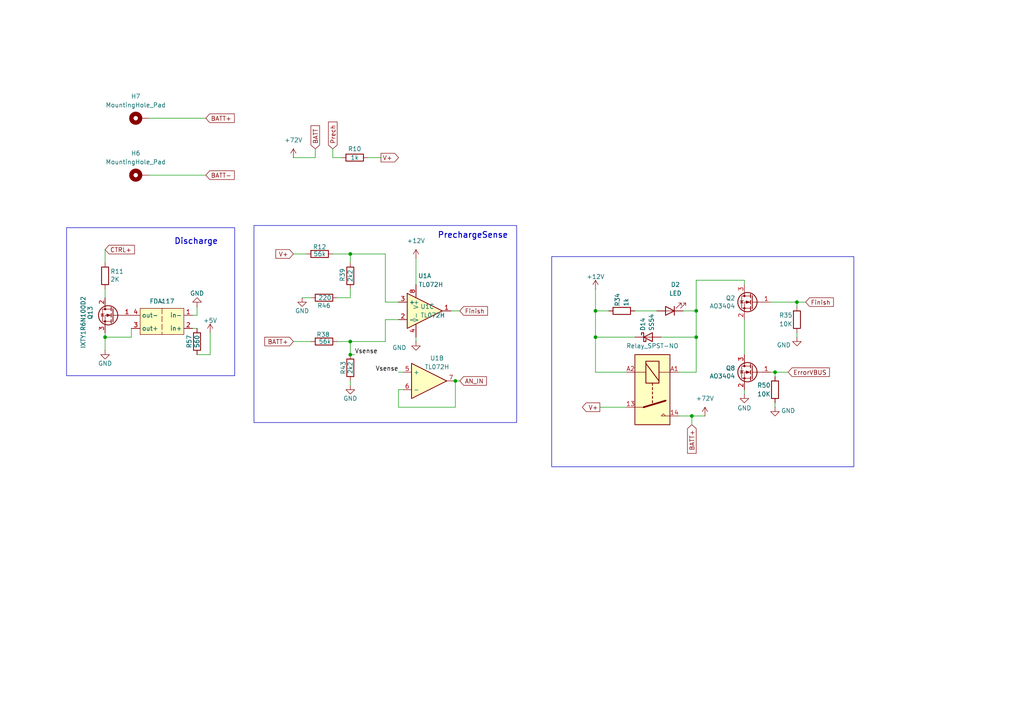
<source format=kicad_sch>
(kicad_sch (version 20250114) (generator "eeschema") (generator_version "9.0")
  (paper "A4")
  (lib_symbols
    (symbol "Device:D_Schottky" (pin_numbers (hide yes)) (pin_names (offset 1.016) (hide yes))
      (property "Reference" "D" (at 0 2.54 0))
      (property "Value" "D_Schottky" (at 0 -2.54 0))
      (symbol "D_Schottky_0_1"
        (polyline (pts (xy -1.905 0.635) (xy -1.905 1.27) (xy -1.27 1.27) (xy -1.27 -1.27) (xy -0.635 -1.27) (xy -0.635 -0.635)) (stroke (width 0.254)))
        (polyline (pts (xy 1.27 1.27) (xy 1.27 -1.27) (xy -1.27 0) (xy 1.27 1.27)) (stroke (width 0.254)))
        (polyline (pts (xy 1.27 0) (xy -1.27 0)))
      )
      (symbol "D_Schottky_1_1"
        (pin passive line (at -3.81 0 0) (length 2.54) (name "K") (number "1"))
        (pin passive line (at 3.81 0 180) (length 2.54) (name "A") (number "2"))
      )
    )
    (symbol "Device:LED" (pin_numbers (hide yes)) (pin_names (offset 1.016) (hide yes))
      (property "Reference" "D" (at 0 2.54 0))
      (property "Value" "LED" (at 0 -2.54 0))
      (symbol "LED_0_1"
        (polyline (pts (xy -3.048 -0.762) (xy -4.572 -2.286) (xy -3.81 -2.286) (xy -4.572 -2.286) (xy -4.572 -1.524)))
        (polyline (pts (xy -1.778 -0.762) (xy -3.302 -2.286) (xy -2.54 -2.286) (xy -3.302 -2.286) (xy -3.302 -1.524)))
        (polyline (pts (xy -1.27 0) (xy 1.27 0)))
        (polyline (pts (xy -1.27 -1.27) (xy -1.27 1.27)) (stroke (width 0.254)))
        (polyline (pts (xy 1.27 -1.27) (xy 1.27 1.27) (xy -1.27 0) (xy 1.27 -1.27)) (stroke (width 0.254)))
      )
      (symbol "LED_1_1"
        (pin passive line (at -3.81 0 0) (length 2.54) (name "K") (number "1"))
        (pin passive line (at 3.81 0 180) (length 2.54) (name "A") (number "2"))
      )
    )
    (symbol "Device:Opamp_Dual"
      (property "Reference" "U" (at 0 5.08 0))
      (property "Value" "Opamp_Dual" (at 0 -5.08 0))
      (symbol "Opamp_Dual_1_1"
        (polyline (pts (xy -5.08 5.08) (xy 5.08 0) (xy -5.08 -5.08) (xy -5.08 5.08)) (stroke (width 0.254)) (fill (type background)))
        (pin input line (at -7.62 2.54 0) (length 2.54) (name "+") (number "3"))
        (pin input line (at -7.62 -2.54 0) (length 2.54) (name "-") (number "2"))
        (pin output line (at 7.62 0 180) (length 2.54) (name "~") (number "1"))
      )
      (symbol "Opamp_Dual_2_1"
        (polyline (pts (xy -5.08 5.08) (xy 5.08 0) (xy -5.08 -5.08) (xy -5.08 5.08)) (stroke (width 0.254)) (fill (type background)))
        (pin input line (at -7.62 2.54 0) (length 2.54) (name "+") (number "5"))
        (pin input line (at -7.62 -2.54 0) (length 2.54) (name "-") (number "6"))
        (pin output line (at 7.62 0 180) (length 2.54) (name "~") (number "7"))
      )
      (symbol "Opamp_Dual_3_1"
        (pin power_in line (at -2.54 7.62 270) (length 3.81) (name "V+") (number "8"))
        (pin power_in line (at -2.54 -7.62 90) (length 3.81) (name "V-") (number "4"))
      )
    )
    (symbol "Device:R" (pin_numbers (hide yes)) (pin_names (offset 0))
      (property "Reference" "R" (at 2.032 0 90))
      (property "Value" "R" (at 0 0 90))
      (symbol "R_0_1"
        (rectangle (start -1.016 -2.54) (end 1.016 2.54) (stroke (width 0.254)))
      )
      (symbol "R_1_1"
        (pin passive line (at 0 3.81 270) (length 1.27) (name "~") (number "1"))
        (pin passive line (at 0 -3.81 90) (length 1.27) (name "~") (number "2"))
      )
    )
    (symbol "Mechanical:MountingHole_Pad" (pin_numbers (hide yes)) (pin_names (offset 1.016) (hide yes)) (exclude_from_sim yes) (in_bom no)
      (property "Reference" "H" (at 0 6.35 0))
      (property "Value" "MountingHole_Pad" (at 0 4.445 0))
      (symbol "MountingHole_Pad_0_1"
        (circle (center 0 1.27) (radius 1.27) (stroke (width 1.27)))
      )
      (symbol "MountingHole_Pad_1_1"
        (pin input line (at 0 -2.54 90) (length 2.54) (name "1") (number "1"))
      )
    )
    (symbol "Relay:Relay_SPST-NO"
      (property "Reference" "K" (at 11.43 3.81 0))
      (property "Value" "Relay_SPST-NO" (at 11.43 1.27 0))
      (symbol "Relay_SPST-NO_0_0"
        (polyline (pts (xy 7.62 5.08) (xy 7.62 2.54) (xy 6.985 3.175) (xy 7.62 3.81)))
      )
      (symbol "Relay_SPST-NO_0_1"
        (rectangle (start -10.16 5.08) (end 10.16 -5.08) (stroke (width 0.254)) (fill (type background)))
        (rectangle (start -8.255 1.905) (end -1.905 -1.905) (stroke (width 0.254)))
        (polyline (pts (xy -7.62 -1.905) (xy -2.54 1.905)) (stroke (width 0.254)))
        (polyline (pts (xy -5.08 5.08) (xy -5.08 1.905)))
        (polyline (pts (xy -5.08 -5.08) (xy -5.08 -1.905)))
        (polyline (pts (xy -1.905 0) (xy -1.27 0)) (stroke (width 0.254)))
        (polyline (pts (xy -0.635 0) (xy 0 0)) (stroke (width 0.254)))
        (polyline (pts (xy 0.635 0) (xy 1.27 0)) (stroke (width 0.254)))
        (polyline (pts (xy 1.905 0) (xy 2.54 0)) (stroke (width 0.254)))
        (polyline (pts (xy 3.175 0) (xy 3.81 0)) (stroke (width 0.254)))
        (polyline (pts (xy 5.08 -2.54) (xy 3.175 3.81)) (stroke (width 0.508)))
        (polyline (pts (xy 5.08 -2.54) (xy 5.08 -5.08)))
      )
      (symbol "Relay_SPST-NO_1_1"
        (pin passive line (at -5.08 7.62 270) (length 2.54) (name "~") (number "A1"))
        (pin passive line (at -5.08 -7.62 90) (length 2.54) (name "~") (number "A2"))
        (pin passive line (at 5.08 -7.62 90) (length 2.54) (name "~") (number "13"))
        (pin passive line (at 7.62 7.62 270) (length 2.54) (name "~") (number "14"))
      )
    )
    (symbol "Transistor_FET:2N7002" (pin_names (hide yes))
      (property "Reference" "Q" (at 5.08 1.905 0))
      (property "Value" "2N7002" (at 5.08 0 0))
      (symbol "2N7002_0_1"
        (polyline (pts (xy 0.254 1.905) (xy 0.254 -1.905)) (stroke (width 0.254)))
        (polyline (pts (xy 0.254 0) (xy -2.54 0)))
        (polyline (pts (xy 0.762 2.286) (xy 0.762 1.27)) (stroke (width 0.254)))
        (polyline (pts (xy 0.762 0.508) (xy 0.762 -0.508)) (stroke (width 0.254)))
        (polyline (pts (xy 0.762 -1.27) (xy 0.762 -2.286)) (stroke (width 0.254)))
        (polyline (pts (xy 0.762 -1.778) (xy 3.302 -1.778) (xy 3.302 1.778) (xy 0.762 1.778)))
        (polyline (pts (xy 1.016 0) (xy 2.032 0.381) (xy 2.032 -0.381) (xy 1.016 0)) (fill (type outline)))
        (circle (center 1.651 0) (radius 2.794) (stroke (width 0.254)))
        (polyline (pts (xy 2.54 2.54) (xy 2.54 1.778)))
        (circle (center 2.54 1.778) (radius 0.254) (fill (type outline)))
        (circle (center 2.54 -1.778) (radius 0.254) (fill (type outline)))
        (polyline (pts (xy 2.54 -2.54) (xy 2.54 0) (xy 0.762 0)))
        (polyline (pts (xy 2.794 0.508) (xy 2.921 0.381) (xy 3.683 0.381) (xy 3.81 0.254)))
        (polyline (pts (xy 3.302 0.381) (xy 2.921 -0.254) (xy 3.683 -0.254) (xy 3.302 0.381)))
      )
      (symbol "2N7002_1_1"
        (pin input line (at -5.08 0 0) (length 2.54) (name "G") (number "1"))
        (pin passive line (at 2.54 5.08 270) (length 2.54) (name "D") (number "3"))
        (pin passive line (at 2.54 -5.08 90) (length 2.54) (name "S") (number "2"))
      )
    )
    (symbol "Transistor_FET:IPD50R380CE" (pin_names (hide yes))
      (property "Reference" "Q" (at 5.08 1.905 0))
      (property "Value" "IPD50R380CE" (at 5.08 0 0))
      (symbol "IPD50R380CE_0_1"
        (polyline (pts (xy 0.254 1.905) (xy 0.254 -1.905)) (stroke (width 0.254)))
        (polyline (pts (xy 0.254 0) (xy -2.54 0)))
        (polyline (pts (xy 0.762 2.286) (xy 0.762 1.27)) (stroke (width 0.254)))
        (polyline (pts (xy 0.762 0.508) (xy 0.762 -0.508)) (stroke (width 0.254)))
        (polyline (pts (xy 0.762 -1.27) (xy 0.762 -2.286)) (stroke (width 0.254)))
        (polyline (pts (xy 0.762 -1.778) (xy 3.302 -1.778) (xy 3.302 1.778) (xy 0.762 1.778)))
        (polyline (pts (xy 1.016 0) (xy 2.032 0.381) (xy 2.032 -0.381) (xy 1.016 0)) (fill (type outline)))
        (circle (center 1.651 0) (radius 2.794) (stroke (width 0.254)))
        (polyline (pts (xy 2.54 2.54) (xy 2.54 1.778)))
        (circle (center 2.54 1.778) (radius 0.254) (fill (type outline)))
        (circle (center 2.54 -1.778) (radius 0.254) (fill (type outline)))
        (polyline (pts (xy 2.54 -2.54) (xy 2.54 0) (xy 0.762 0)))
        (polyline (pts (xy 2.794 0.508) (xy 2.921 0.381) (xy 3.683 0.381) (xy 3.81 0.254)))
        (polyline (pts (xy 3.302 0.381) (xy 2.921 -0.254) (xy 3.683 -0.254) (xy 3.302 0.381)))
      )
      (symbol "IPD50R380CE_1_1"
        (pin input line (at -5.08 0 0) (length 2.54) (name "G") (number "1"))
        (pin passive line (at 2.54 5.08 270) (length 2.54) (name "D") (number "2"))
        (pin passive line (at 2.54 -5.08 90) (length 2.54) (name "S") (number "3"))
      )
    )
    (symbol "mosfetDriver:FDA117"
      (property "Reference" "U" (at 0 4.826 0))
      (symbol "FDA117_1_1"
        (rectangle (start -6.35 3.302) (end 6.35 -4.318) (fill (type background)))
        (polyline (pts (xy 0 3.302) (xy 0 -4.318)) (stroke (width 0) (type dash)))
        (pin output line (at -8.89 1.27 0) (length 2.54) (name "out-") (number "4"))
        (pin output line (at -8.89 -2.54 0) (length 2.54) (name "out+") (number "3"))
        (pin input line (at 8.89 1.27 180) (length 2.54) (name "in-") (number "1"))
        (pin input line (at 8.89 -2.54 180) (length 2.54) (name "in+") (number "2"))
      )
    )
    (symbol "power:+12V" (power) (pin_numbers (hide yes)) (pin_names (offset 0) (hide yes))
      (property "Value" "+12V" (at 0 3.556 0))
      (symbol "+12V_0_1"
        (polyline (pts (xy -0.762 1.27) (xy 0 2.54)))
        (polyline (pts (xy 0 2.54) (xy 0.762 1.27)))
        (polyline (pts (xy 0 0) (xy 0 2.54)))
      )
      (symbol "+12V_1_1"
        (pin power_in line (at 0 0 90) (length 0) (name "~") (number "1"))
      )
    )
    (symbol "power:+5V" (power) (pin_numbers (hide yes)) (pin_names (offset 0) (hide yes))
      (property "Value" "+5V" (at 0 3.556 0))
      (symbol "+5V_0_1"
        (polyline (pts (xy -0.762 1.27) (xy 0 2.54)))
        (polyline (pts (xy 0 2.54) (xy 0.762 1.27)))
        (polyline (pts (xy 0 0) (xy 0 2.54)))
      )
      (symbol "+5V_1_1"
        (pin power_in line (at 0 0 90) (length 0) (name "~") (number "1"))
      )
    )
    (symbol "power:GND" (power) (pin_numbers (hide yes)) (pin_names (offset 0) (hide yes))
      (property "Value" "GND" (at 0 -3.81 0))
      (symbol "GND_0_1"
        (polyline (pts (xy 0 0) (xy 0 -1.27) (xy 1.27 -1.27) (xy 0 -2.54) (xy -1.27 -1.27) (xy 0 -1.27)))
      )
      (symbol "GND_1_1"
        (pin power_in line (at 0 0 270) (length 0) (name "~") (number "1"))
      )
    )
  )
  (rectangle (start 73.66 65.405) (end 149.86 122.555))
  (rectangle (start 160.02 74.422) (end 247.65 135.382))
  (rectangle (start 19.304 66.04) (end 68.072 108.966))
  (text "Discharge" (at 56.896 70.104 0) (effects (font (size 1.7 1.7) (thickness 0.254) (bold yes))))
  (text "PrechargeSense" (at 137.16 68.326 0) (effects (font (size 1.7 1.7) (thickness 0.254) (bold yes))))
  (junction (at 101.6 102.87))
  (junction (at 101.6 99.06))
  (junction (at 101.6 73.66))
  (junction (at 200.66 120.65))
  (junction (at 231.14 87.63))
  (junction (at 132.08 110.49))
  (junction (at 172.72 90.17))
  (junction (at 201.93 97.79))
  (junction (at 172.72 97.79))
  (junction (at 30.48 97.79))
  (junction (at 201.93 90.17))
  (junction (at 224.79 107.95))
  (wire (pts (xy 101.6 111.76) (xy 101.6 110.49)))
  (wire (pts (xy 228.6 107.95) (xy 224.79 107.95)))
  (wire (pts (xy 30.48 96.52) (xy 30.48 97.79)))
  (wire (pts (xy 101.6 86.36) (xy 101.6 83.82)))
  (wire (pts (xy 85.09 45.72) (xy 91.44 45.72)))
  (wire (pts (xy 215.9 113.03) (xy 215.9 114.3)))
  (wire (pts (xy 215.9 81.28) (xy 201.93 81.28)))
  (wire (pts (xy 184.15 90.17) (xy 190.5 90.17)))
  (wire (pts (xy 111.76 92.71) (xy 115.57 92.71)))
  (wire (pts (xy 97.79 99.06) (xy 101.6 99.06)))
  (wire (pts (xy 38.1 97.79) (xy 38.1 95.25)))
  (wire (pts (xy 191.77 97.79) (xy 201.93 97.79)))
  (wire (pts (xy 172.72 97.79) (xy 184.15 97.79)))
  (wire (pts (xy 30.48 97.79) (xy 30.48 101.6)))
  (wire (pts (xy 57.15 91.44) (xy 57.15 88.9)))
  (wire (pts (xy 215.9 81.28) (xy 215.9 82.55)))
  (wire (pts (xy 57.15 102.87) (xy 60.96 102.87)))
  (wire (pts (xy 201.93 81.28) (xy 201.93 90.17)))
  (wire (pts (xy 172.72 90.17) (xy 172.72 97.79)))
  (wire (pts (xy 231.14 96.52) (xy 231.14 97.79)))
  (wire (pts (xy 215.9 92.71) (xy 215.9 102.87)))
  (wire (pts (xy 130.81 90.17) (xy 133.35 90.17)))
  (wire (pts (xy 172.72 107.95) (xy 181.61 107.95)))
  (wire (pts (xy 43.18 34.29) (xy 59.69 34.29)))
  (wire (pts (xy 198.12 90.17) (xy 201.93 90.17)))
  (wire (pts (xy 115.57 113.03) (xy 115.57 118.11)))
  (wire (pts (xy 231.14 88.9) (xy 231.14 87.63)))
  (wire (pts (xy 132.08 118.11) (xy 132.08 110.49)))
  (wire (pts (xy 111.76 92.71) (xy 111.76 99.06)))
  (wire (pts (xy 115.57 118.11) (xy 132.08 118.11)))
  (wire (pts (xy 101.6 73.66) (xy 111.76 73.66)))
  (wire (pts (xy 224.79 107.95) (xy 223.52 107.95)))
  (wire (pts (xy 200.66 120.65) (xy 204.47 120.65)))
  (wire (pts (xy 96.52 43.18) (xy 96.52 45.72)))
  (wire (pts (xy 173.99 118.11) (xy 181.61 118.11)))
  (wire (pts (xy 120.65 99.06) (xy 120.65 97.79)))
  (wire (pts (xy 55.88 91.44) (xy 57.15 91.44)))
  (wire (pts (xy 30.48 97.79) (xy 38.1 97.79)))
  (wire (pts (xy 172.72 83.82) (xy 172.72 90.17)))
  (wire (pts (xy 115.57 107.95) (xy 116.84 107.95)))
  (wire (pts (xy 85.09 99.06) (xy 90.17 99.06)))
  (wire (pts (xy 87.63 86.36) (xy 90.17 86.36)))
  (wire (pts (xy 200.66 120.65) (xy 200.66 123.19)))
  (wire (pts (xy 172.72 90.17) (xy 176.53 90.17)))
  (wire (pts (xy 96.52 45.72) (xy 99.06 45.72)))
  (wire (pts (xy 111.76 73.66) (xy 111.76 87.63)))
  (wire (pts (xy 224.79 116.84) (xy 224.79 118.11)))
  (wire (pts (xy 60.96 96.52) (xy 60.96 102.87)))
  (wire (pts (xy 30.48 72.39) (xy 30.48 76.2)))
  (wire (pts (xy 85.09 73.66) (xy 88.9 73.66)))
  (wire (pts (xy 233.68 87.63) (xy 231.14 87.63)))
  (wire (pts (xy 201.93 90.17) (xy 201.93 97.79)))
  (wire (pts (xy 101.6 99.06) (xy 111.76 99.06)))
  (wire (pts (xy 172.72 97.79) (xy 172.72 107.95)))
  (wire (pts (xy 43.18 50.8) (xy 59.69 50.8)))
  (wire (pts (xy 196.85 107.95) (xy 201.93 107.95)))
  (wire (pts (xy 101.6 102.87) (xy 102.87 102.87)))
  (wire (pts (xy 111.76 87.63) (xy 115.57 87.63)))
  (wire (pts (xy 30.48 83.82) (xy 30.48 86.36)))
  (wire (pts (xy 224.79 107.95) (xy 224.79 109.22)))
  (wire (pts (xy 116.84 113.03) (xy 115.57 113.03)))
  (wire (pts (xy 132.08 110.49) (xy 133.35 110.49)))
  (wire (pts (xy 120.65 74.93) (xy 120.65 82.55)))
  (wire (pts (xy 96.52 73.66) (xy 101.6 73.66)))
  (wire (pts (xy 231.14 87.63) (xy 223.52 87.63)))
  (wire (pts (xy 106.68 45.72) (xy 110.49 45.72)))
  (wire (pts (xy 55.88 95.25) (xy 57.15 95.25)))
  (wire (pts (xy 201.93 97.79) (xy 201.93 107.95)))
  (wire (pts (xy 196.85 120.65) (xy 200.66 120.65)))
  (wire (pts (xy 97.79 86.36) (xy 101.6 86.36)))
  (wire (pts (xy 101.6 73.66) (xy 101.6 76.2)))
  (wire (pts (xy 101.6 99.06) (xy 101.6 102.87)))
  (wire (pts (xy 91.44 43.18) (xy 91.44 45.72)))
  (label "Vsense" (at 102.87 102.87 0) (effects (font (thickness 0.1588))))
  (label "Vsense" (at 115.57 107.95 180) (effects (font (thickness 0.1588))))
  (global_label "AN_IN" (shape input) (at 133.35 110.49 0) (property "Intersheetrefs" "${INTERSHEET_REFS}" (effects (hide yes))))
  (global_label "BATT-" (shape input) (at 59.69 50.8 0) (property "Intersheetrefs" "${INTERSHEET_REFS}" (effects (hide yes))))
  (global_label "BATT+" (shape input) (at 59.69 34.29 0) (property "Intersheetrefs" "${INTERSHEET_REFS}" (effects (hide yes))))
  (global_label "BATT+" (shape input) (at 200.66 123.19 270) (property "Intersheetrefs" "${INTERSHEET_REFS}" (effects (hide yes))))
  (global_label "CTRL+" (shape input) (at 30.48 72.39 0) (property "Intersheetrefs" "${INTERSHEET_REFS}" (effects (hide yes))))
  (global_label "Prech" (shape input) (at 96.52 43.18 90) (property "Intersheetrefs" "${INTERSHEET_REFS}" (effects (hide yes))))
  (global_label "V+" (shape output) (at 110.49 45.72 0) (property "Intersheetrefs" "${INTERSHEET_REFS}" (effects (hide yes))))
  (global_label "ErrorVBUS" (shape input) (at 228.6 107.95 0) (property "Intersheetrefs" "${INTERSHEET_REFS}" (effects (hide yes))))
  (global_label "V+" (shape output) (at 173.99 118.11 180) (property "Intersheetrefs" "${INTERSHEET_REFS}" (effects (hide yes))))
  (global_label "BATT" (shape input) (at 91.44 43.18 90) (property "Intersheetrefs" "${INTERSHEET_REFS}" (effects (hide yes))))
  (global_label "Finish" (shape input) (at 233.68 87.63 0) (property "Intersheetrefs" "${INTERSHEET_REFS}" (effects (hide yes))))
  (global_label "Finish" (shape input) (at 133.35 90.17 0) (property "Intersheetrefs" "${INTERSHEET_REFS}" (effects (hide yes))))
  (global_label "BATT+" (shape input) (at 85.09 99.06 180) (property "Intersheetrefs" "${INTERSHEET_REFS}" (effects (hide yes))))
  (global_label "V+" (shape input) (at 85.09 73.66 180) (property "Intersheetrefs" "${INTERSHEET_REFS}" (effects (hide yes))))
  (symbol (lib_id "power:GND") (at 30.48 101.6 0) (unit 1)
    (property "Reference" "#PWR014" (effects (hide yes)))
    (property "Value" "GND" (at 30.48 105.41 0))
    (property "Description" "Power symbol creates a global label with name \"GND\" , ground" (effects (hide yes)))
  )
  (symbol (lib_id "Mechanical:MountingHole_Pad") (at 40.64 34.29 90) (unit 1) (exclude_from_sim yes) (in_bom no)
    (property "Reference" "H7" (at 39.37 27.94 90))
    (property "Value" "MountingHole_Pad" (at 39.37 30.48 90))
    (property "Footprint" "MountingHole:MountingHole_6.4mm_M6_Pad_Via" (effects (hide yes)))
    (property "Description" "Mounting Hole with connection" (effects (hide yes)))
  )
  (symbol (lib_id "Device:R") (at 224.79 113.03 0) (mirror y) (unit 1)
    (property "Reference" "R50" (at 223.52 111.76 0) (effects (justify left)))
    (property "Value" "10K" (at 223.52 114.3 0) (effects (justify left)))
    (property "Footprint" "Resistor_SMD:R_0805_2012Metric_Pad1.20x1.40mm_HandSolder" (effects (hide yes)))
  )
  (symbol (lib_id "Device:R") (at 101.6 80.01 180) (unit 1)
    (property "Reference" "R39" (at 99.314 79.756 90))
    (property "Value" "2k2" (at 101.6 80.01 90))
    (property "Footprint" "Resistor_SMD:R_1206_3216Metric_Pad1.30x1.75mm_HandSolder" (effects (hide yes)))
  )
  (symbol (lib_id "Device:R") (at 93.98 86.36 270) (unit 1)
    (property "Reference" "R46" (at 93.98 88.646 90))
    (property "Value" "220" (at 94.234 86.36 90))
    (property "Footprint" "Resistor_SMD:R_1206_3216Metric_Pad1.30x1.75mm_HandSolder" (effects (hide yes)))
  )
  (symbol (lib_id "Device:R") (at 92.71 73.66 90) (unit 1)
    (property "Reference" "R12" (at 92.71 71.628 90))
    (property "Value" "56k" (at 92.71 73.66 90))
    (property "Footprint" "Resistor_SMD:R_0805_2012Metric_Pad1.20x1.40mm_HandSolder" (effects (hide yes)))
    (property "Description" "Resistor" (effects (hide yes)))
  )
  (symbol (lib_id "Device:R") (at 30.48 80.01 180) (unit 1)
    (property "Reference" "R11" (at 32.004 78.74 0) (effects (justify right)))
    (property "Value" "2K" (at 32.004 81.026 0) (effects (justify right)))
    (property "Footprint" "Resistor_THT:R_Axial_DIN0617_L17.0mm_D6.0mm_P20.32mm_Horizontal" (effects (hide yes)))
    (property "Description" "Resistor" (effects (hide yes)))
  )
  (symbol (lib_id "power:+12V") (at 85.09 45.72 0) (unit 1)
    (property "Reference" "#PWR032" (effects (hide yes)))
    (property "Value" "+72V" (at 85.09 40.64 0))
    (property "Description" "Power symbol creates a global label with name \"+12V\"" (effects (hide yes)))
  )
  (symbol (lib_id "Transistor_FET:2N7002") (at 218.44 87.63 0) (mirror y) (unit 1)
    (property "Reference" "Q2" (at 213.2584 86.4616 0) (effects (justify left)))
    (property "Value" "AO3404" (at 213.2584 88.773 0) (effects (justify left)))
    (property "Footprint" "Package_TO_SOT_SMD:SOT-23_Handsoldering" (effects (hide yes)))
    (property "Datasheet" "https://www.onsemi.com/pub/Collateral/NDS7002A-D.PDF" (effects (hide yes)))
  )
  (symbol (lib_id "Device:R") (at 102.87 45.72 90) (unit 1)
    (property "Reference" "R10" (at 102.87 43.18 90))
    (property "Value" "1k" (at 102.87 45.72 90))
    (property "Footprint" "Resistor_THT:R_Axial_DIN0918_L18.0mm_D9.0mm_P30.48mm_Horizontal" (effects (hide yes)))
    (property "Description" "Resistor" (effects (hide yes)))
  )
  (symbol (lib_id "power:GND") (at 215.9 114.3 0) (unit 1)
    (property "Reference" "#PWR06" (effects (hide yes)))
    (property "Value" "GND" (at 215.9 118.364 0))
    (property "Description" "Power symbol creates a global label with name \"GND\" , ground" (effects (hide yes)))
  )
  (symbol (lib_id "mosfetDriver:FDA117") (at 46.99 92.71 0) (unit 1)
    (property "Reference" "FDA117" (at 46.99 87.376 0))
    (property "Value" "~" (at 46.99 87.63 0))
    (property "Footprint" "Custom:FDA117" (effects (hide yes)))
  )
  (symbol (lib_id "Device:R") (at 231.14 92.71 0) (mirror y) (unit 1)
    (property "Reference" "R35" (at 229.87 91.44 0) (effects (justify left)))
    (property "Value" "10K" (at 229.87 93.98 0) (effects (justify left)))
    (property "Footprint" "Resistor_SMD:R_0805_2012Metric_Pad1.20x1.40mm_HandSolder" (effects (hide yes)))
  )
  (symbol (lib_id "Transistor_FET:IPD50R380CE") (at 33.02 91.44 0) (mirror y) (unit 1)
    (property "Reference" "Q13" (at 26.162 92.71 90) (effects (justify left)))
    (property "Value" "IXTY1R6N100D2" (at 24.13 101.092 90) (effects (justify left)))
    (property "Footprint" "Package_TO_SOT_SMD:TO-252-2" (effects (hide yes)))
    (property "Datasheet" "https://www.mouser.co.id/datasheet/2/240/ixys_s_a0003806957_1-2272887.pdf" (effects (hide yes)))
  )
  (symbol (lib_id "power:GND") (at 231.14 97.79 0) (mirror y) (unit 1)
    (property "Reference" "#PWR07" (effects (hide yes)))
    (property "Value" "GND" (at 227.33 100.076 0))
    (property "Description" "Power symbol creates a global label with name \"GND\" , ground" (effects (hide yes)))
  )
  (symbol (lib_id "power:+5V") (at 60.96 96.52 0) (unit 1)
    (property "Reference" "#PWR020" (effects (hide yes)))
    (property "Value" "+5V" (at 60.96 92.964 0))
    (property "Description" "Power symbol creates a global label with name \"+5V\"" (effects (hide yes)))
  )
  (symbol (lib_id "Device:R") (at 57.15 99.06 180) (unit 1)
    (property "Reference" "R57" (at 54.864 99.06 90))
    (property "Value" "560" (at 57.15 99.06 90))
    (property "Footprint" "Resistor_SMD:R_0805_2012Metric_Pad1.20x1.40mm_HandSolder" (effects (hide yes)))
    (property "Description" "Resistor" (effects (hide yes)))
  )
  (symbol (lib_id "Device:R") (at 180.34 90.17 90) (unit 1)
    (property "Reference" "R34" (at 179.07 88.9 0) (effects (justify left)))
    (property "Value" "1k" (at 181.61 88.9 0) (effects (justify left)))
    (property "Footprint" "Resistor_SMD:R_0805_2012Metric_Pad1.20x1.40mm_HandSolder" (effects (hide yes)))
  )
  (symbol (lib_id "power:+12V") (at 204.47 120.65 0) (unit 1)
    (property "Reference" "#PWR033" (effects (hide yes)))
    (property "Value" "+72V" (at 204.47 115.57 0))
    (property "Description" "Power symbol creates a global label with name \"+12V\"" (effects (hide yes)))
  )
  (symbol (lib_id "power:GND") (at 87.63 86.36 0) (unit 1)
    (property "Reference" "#PWR012" (effects (hide yes)))
    (property "Value" "GND" (at 87.63 90.17 0))
    (property "Description" "Power symbol creates a global label with name \"GND\" , ground" (effects (hide yes)))
  )
  (symbol (lib_id "Device:R") (at 93.98 99.06 90) (unit 1)
    (property "Reference" "R38" (at 93.726 97.028 90))
    (property "Value" "56k" (at 94.234 99.06 90))
    (property "Footprint" "Resistor_SMD:R_1206_3216Metric_Pad1.30x1.75mm_HandSolder" (effects (hide yes)))
  )
  (symbol (lib_id "Device:Opamp_Dual") (at 123.19 90.17 0) (unit 3)
    (property "Reference" "U1" (at 121.92 88.8999 0) (effects (justify left)))
    (property "Value" "TL072H" (at 121.92 91.4399 0) (effects (justify left)))
    (property "Footprint" "Package_SO:SOIC-8_3.9x4.9mm_P1.27mm" (effects (hide yes)))
    (property "Description" "Dual operational amplifier" (effects (hide yes)))
    (property "Sim.Library" "${KICAD7_SYMBOL_DIR}/Simulation_SPICE.sp" (effects (hide yes)))
    (property "Sim.Name" "kicad_builtin_opamp_dual" (effects (hide yes)))
    (property "Sim.Device" "SUBCKT" (effects (hide yes)))
    (property "Sim.Pins" "1=out1 2=in1- 3=in1+ 4=vee 5=in2+ 6=in2- 7=out2 8=vcc" (effects (hide yes)))
  )
  (symbol (lib_id "Device:D_Schottky") (at 187.96 97.79 0) (unit 1)
    (property "Reference" "D14" (at 186.436 96.012 90) (effects (justify left)))
    (property "Value" "SS54" (at 188.976 96.012 90) (effects (justify left)))
    (property "Footprint" "Diode_SMD:D_SMA_Handsoldering" (effects (hide yes)))
    (property "Description" "Schottky diode" (effects (hide yes)))
  )
  (symbol (lib_id "power:GND") (at 57.15 88.9 180) (unit 1)
    (property "Reference" "#PWR044" (effects (hide yes)))
    (property "Value" "GND" (at 57.15 85.09 0))
  )
  (symbol (lib_id "power:GND") (at 101.6 111.76 0) (unit 1)
    (property "Reference" "#PWR011" (effects (hide yes)))
    (property "Value" "GND" (at 101.6 115.57 0))
    (property "Description" "Power symbol creates a global label with name \"GND\" , ground" (effects (hide yes)))
  )
  (symbol (lib_id "power:+12V") (at 172.72 83.82 0) (unit 1)
    (property "Reference" "#PWR08" (effects (hide yes)))
    (property "Value" "+12V" (at 172.72 80.264 0))
    (property "Description" "Power symbol creates a global label with name \"+12V\"" (effects (hide yes)))
  )
  (symbol (lib_id "Device:Opamp_Dual") (at 124.46 110.49 0) (unit 2)
    (property "Reference" "U1" (at 126.746 103.886 0))
    (property "Value" "TL072H" (at 126.746 106.426 0))
    (property "Footprint" "Package_SO:SOIC-8_3.9x4.9mm_P1.27mm" (effects (hide yes)))
    (property "Description" "Dual operational amplifier" (effects (hide yes)))
    (property "Sim.Library" "${KICAD7_SYMBOL_DIR}/Simulation_SPICE.sp" (effects (hide yes)))
    (property "Sim.Name" "kicad_builtin_opamp_dual" (effects (hide yes)))
    (property "Sim.Device" "SUBCKT" (effects (hide yes)))
    (property "Sim.Pins" "1=out1 2=in1- 3=in1+ 4=vee 5=in2+ 6=in2- 7=out2 8=vcc" (effects (hide yes)))
  )
  (symbol (lib_id "power:GND") (at 120.65 99.06 0) (unit 1)
    (property "Reference" "#PWR010" (effects (hide yes)))
    (property "Value" "GND" (at 115.824 100.838 0))
    (property "Description" "Power symbol creates a global label with name \"GND\" , ground" (effects (hide yes)))
  )
  (symbol (lib_id "Relay:Relay_SPST-NO") (at 189.23 113.03 270) (unit 1)
    (property "Reference" "K1" (effects (hide yes)))
    (property "Value" "Relay_SPST-NO" (at 189.23 100.33 90))
    (property "Footprint" "RELAY100A:RELAY100A" (effects (hide yes)))
    (property "Description" "Relay SPST, normally open, EN50005" (effects (hide yes)))
  )
  (symbol (lib_id "Device:Opamp_Dual") (at 123.19 90.17 0) (unit 1)
    (property "Reference" "U1" (at 123.19 80.01 0))
    (property "Value" "TL072H" (at 124.968 82.55 0))
    (property "Footprint" "Package_SO:SOIC-8_3.9x4.9mm_P1.27mm" (effects (hide yes)))
    (property "Description" "Dual operational amplifier" (effects (hide yes)))
    (property "Sim.Library" "${KICAD7_SYMBOL_DIR}/Simulation_SPICE.sp" (effects (hide yes)))
    (property "Sim.Name" "kicad_builtin_opamp_dual" (effects (hide yes)))
    (property "Sim.Device" "SUBCKT" (effects (hide yes)))
    (property "Sim.Pins" "1=out1 2=in1- 3=in1+ 4=vee 5=in2+ 6=in2- 7=out2 8=vcc" (effects (hide yes)))
  )
  (symbol (lib_id "Transistor_FET:2N7002") (at 218.44 107.95 0) (mirror y) (unit 1)
    (property "Reference" "Q8" (at 213.2584 106.7816 0) (effects (justify left)))
    (property "Value" "AO3404" (at 213.2584 109.093 0) (effects (justify left)))
    (property "Footprint" "Package_TO_SOT_SMD:SOT-23_Handsoldering" (effects (hide yes)))
    (property "Datasheet" "https://www.onsemi.com/pub/Collateral/NDS7002A-D.PDF" (effects (hide yes)))
  )
  (symbol (lib_id "power:GND") (at 224.79 118.11 0) (unit 1)
    (property "Reference" "#PWR022" (effects (hide yes)))
    (property "Value" "GND" (at 228.6 119.126 0))
    (property "Description" "Power symbol creates a global label with name \"GND\" , ground" (effects (hide yes)))
  )
  (symbol (lib_id "Mechanical:MountingHole_Pad") (at 40.64 50.8 90) (unit 1) (exclude_from_sim yes) (in_bom no)
    (property "Reference" "H6" (at 39.37 44.45 90))
    (property "Value" "MountingHole_Pad" (at 39.37 46.99 90))
    (property "Footprint" "MountingHole:MountingHole_6.4mm_M6_Pad_Via" (effects (hide yes)))
    (property "Description" "Mounting Hole with connection" (effects (hide yes)))
  )
  (symbol (lib_id "Device:LED") (at 194.31 90.17 180) (unit 1)
    (property "Reference" "D2" (at 195.8975 82.55 0))
    (property "Value" "LED" (at 195.8975 85.09 0))
    (property "Footprint" "LED_SMD:LED_0805_2012Metric_Pad1.15x1.40mm_HandSolder" (effects (hide yes)))
    (property "Description" "Light emitting diode" (effects (hide yes)))
    (property "Sim.Pins" "1=K 2=A" (effects (hide yes)))
  )
  (symbol (lib_id "Device:R") (at 101.6 106.68 180) (unit 1)
    (property "Reference" "R43" (at 99.568 106.68 90))
    (property "Value" "2k2" (at 101.6 106.68 90))
    (property "Footprint" "Resistor_SMD:R_1206_3216Metric_Pad1.30x1.75mm_HandSolder" (effects (hide yes)))
  )
  (symbol (lib_id "power:+12V") (at 120.65 74.93 0) (unit 1)
    (property "Reference" "#PWR09" (effects (hide yes)))
    (property "Value" "+12V" (at 120.65 69.85 0))
    (property "Description" "Power symbol creates a global label with name \"+12V\"" (effects (hide yes)))
  )
)
</source>
